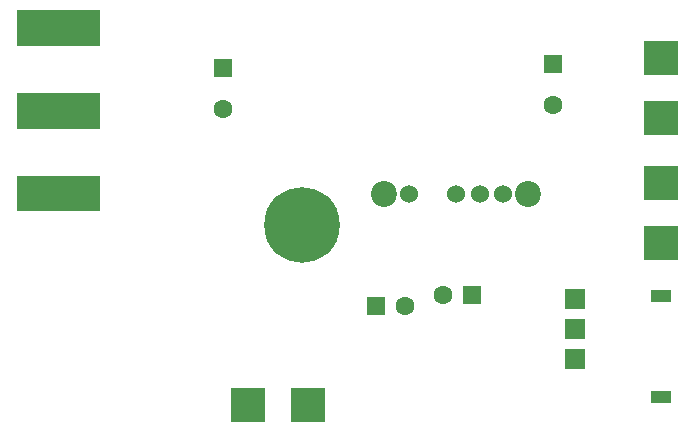
<source format=gbr>
%TF.GenerationSoftware,KiCad,Pcbnew,(5.1.6-0-10_14)*%
%TF.CreationDate,2022-04-17T17:35:50+02:00*%
%TF.ProjectId,smoke_extractor,736d6f6b-655f-4657-9874-726163746f72,rev?*%
%TF.SameCoordinates,Original*%
%TF.FileFunction,Soldermask,Bot*%
%TF.FilePolarity,Negative*%
%FSLAX46Y46*%
G04 Gerber Fmt 4.6, Leading zero omitted, Abs format (unit mm)*
G04 Created by KiCad (PCBNEW (5.1.6-0-10_14)) date 2022-04-17 17:35:50*
%MOMM*%
%LPD*%
G01*
G04 APERTURE LIST*
%ADD10R,1.700000X1.700000*%
%ADD11C,1.600000*%
%ADD12R,1.600000X1.600000*%
%ADD13R,3.000000X3.000000*%
%ADD14C,1.524000*%
%ADD15C,2.200000*%
%ADD16C,0.800000*%
%ADD17C,6.400000*%
%ADD18C,0.100000*%
G04 APERTURE END LIST*
D10*
%TO.C,JPe*%
X66050000Y-41720000D03*
X66050000Y-44260000D03*
X66050000Y-46800000D03*
%TD*%
D11*
%TO.C,C13*%
X51700000Y-42350000D03*
D12*
X49200000Y-42350000D03*
%TD*%
D11*
%TO.C,C9*%
X54900000Y-41400000D03*
D12*
X57400000Y-41400000D03*
%TD*%
D13*
%TO.C,J3*%
X73400000Y-37030000D03*
X73400000Y-31950000D03*
%TD*%
D14*
%TO.C,SW2*%
X56000000Y-32800000D03*
X58000000Y-32800000D03*
X60000000Y-32800000D03*
D15*
X62100000Y-32800000D03*
D14*
X52000000Y-32800000D03*
D15*
X49900000Y-32800000D03*
%TD*%
D13*
%TO.C,J2*%
X38420000Y-50700000D03*
X43500000Y-50700000D03*
%TD*%
%TO.C,J1*%
X73400000Y-26380000D03*
X73400000Y-21300000D03*
%TD*%
D16*
%TO.C,H2*%
X44647056Y-33802944D03*
X42950000Y-33100000D03*
X41252944Y-33802944D03*
X40550000Y-35500000D03*
X41252944Y-37197056D03*
X42950000Y-37900000D03*
X44647056Y-37197056D03*
X45350000Y-35500000D03*
D17*
X42950000Y-35500000D03*
%TD*%
D11*
%TO.C,C3*%
X36250000Y-25650000D03*
D12*
X36250000Y-22150000D03*
%TD*%
D18*
%TO.C,U2*%
G36*
X72500000Y-50550000D02*
G01*
X72500000Y-49550000D01*
X74200000Y-49550000D01*
X74200000Y-50550000D01*
X72500000Y-50550000D01*
G37*
G36*
X72500000Y-42000000D02*
G01*
X72500000Y-41000000D01*
X74200000Y-41000000D01*
X74200000Y-42000000D01*
X72500000Y-42000000D01*
G37*
%TD*%
%TO.C,SW1*%
G36*
X25850000Y-34300000D02*
G01*
X18850000Y-34300000D01*
X18850000Y-31300000D01*
X25850000Y-31300000D01*
X25850000Y-34300000D01*
G37*
G36*
X25850000Y-27300000D02*
G01*
X18850000Y-27300000D01*
X18850000Y-24300000D01*
X25850000Y-24300000D01*
X25850000Y-27300000D01*
G37*
G36*
X25850000Y-20300000D02*
G01*
X18850000Y-20300000D01*
X18850000Y-17300000D01*
X25850000Y-17300000D01*
X25850000Y-20300000D01*
G37*
%TD*%
D11*
%TO.C,C8*%
X64200000Y-25300000D03*
D12*
X64200000Y-21800000D03*
%TD*%
M02*

</source>
